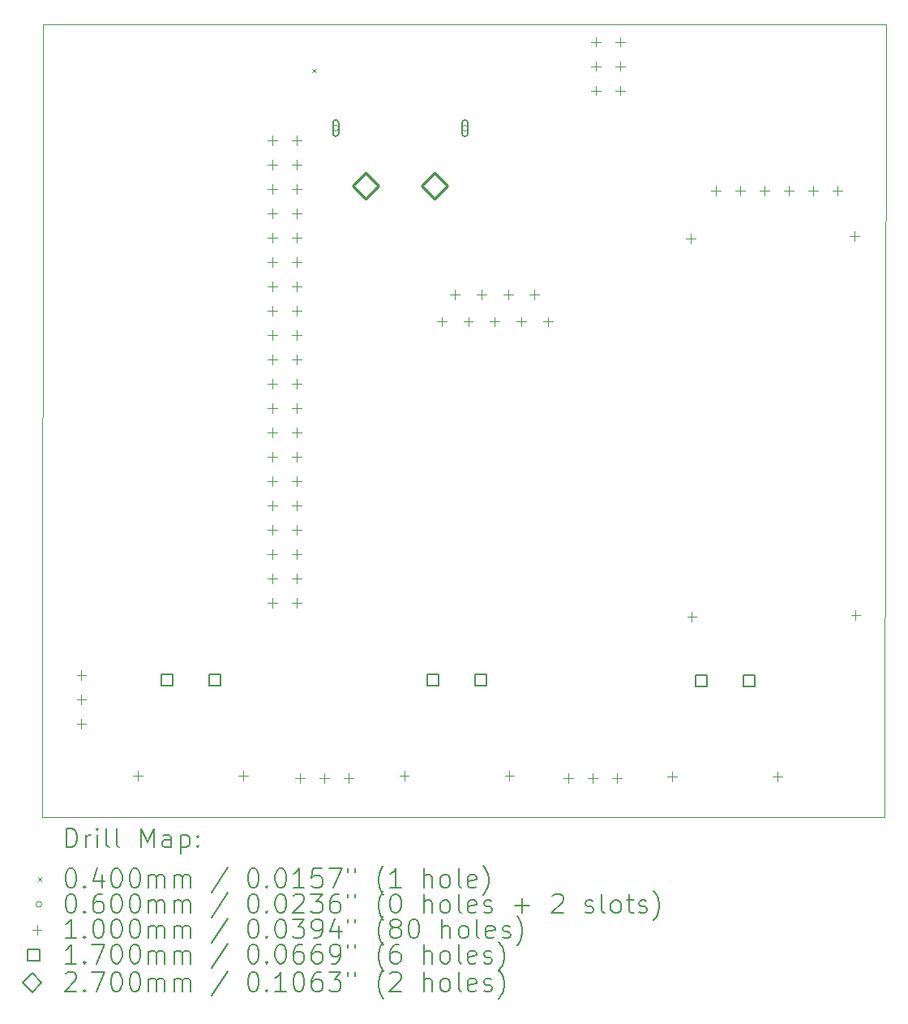
<source format=gbr>
%TF.GenerationSoftware,KiCad,Pcbnew,6.0.8-f2edbf62ab~116~ubuntu22.04.1*%
%TF.CreationDate,2022-11-23T03:00:08-05:00*%
%TF.ProjectId,MJBOTS-CubeSat,4d4a424f-5453-42d4-9375-62655361742e,rev?*%
%TF.SameCoordinates,Original*%
%TF.FileFunction,Drillmap*%
%TF.FilePolarity,Positive*%
%FSLAX45Y45*%
G04 Gerber Fmt 4.5, Leading zero omitted, Abs format (unit mm)*
G04 Created by KiCad (PCBNEW 6.0.8-f2edbf62ab~116~ubuntu22.04.1) date 2022-11-23 03:00:08*
%MOMM*%
%LPD*%
G01*
G04 APERTURE LIST*
%ADD10C,0.100000*%
%ADD11C,0.200000*%
%ADD12C,0.040000*%
%ADD13C,0.060000*%
%ADD14C,0.170000*%
%ADD15C,0.270000*%
G04 APERTURE END LIST*
D10*
X18290000Y-12770000D02*
X9490000Y-12770000D01*
X9500000Y-4500000D02*
X9490000Y-12770000D01*
X18300000Y-4500000D02*
X9500000Y-4500000D01*
X18290000Y-12770000D02*
X18300000Y-4500000D01*
D11*
D12*
X12310000Y-4960000D02*
X12350000Y-5000000D01*
X12350000Y-4960000D02*
X12310000Y-5000000D01*
D13*
X12585000Y-5580000D02*
G75*
G03*
X12585000Y-5580000I-30000J0D01*
G01*
D11*
X12525000Y-5525000D02*
X12525000Y-5635000D01*
X12585000Y-5525000D02*
X12585000Y-5635000D01*
X12525000Y-5635000D02*
G75*
G03*
X12585000Y-5635000I30000J0D01*
G01*
X12585000Y-5525000D02*
G75*
G03*
X12525000Y-5525000I-30000J0D01*
G01*
D13*
X13935000Y-5580000D02*
G75*
G03*
X13935000Y-5580000I-30000J0D01*
G01*
D11*
X13875000Y-5525000D02*
X13875000Y-5635000D01*
X13935000Y-5525000D02*
X13935000Y-5635000D01*
X13875000Y-5635000D02*
G75*
G03*
X13935000Y-5635000I30000J0D01*
G01*
X13935000Y-5525000D02*
G75*
G03*
X13875000Y-5525000I-30000J0D01*
G01*
D10*
X9900000Y-11237500D02*
X9900000Y-11337500D01*
X9850000Y-11287500D02*
X9950000Y-11287500D01*
X9900000Y-11491500D02*
X9900000Y-11591500D01*
X9850000Y-11541500D02*
X9950000Y-11541500D01*
X9900000Y-11745500D02*
X9900000Y-11845500D01*
X9850000Y-11795500D02*
X9950000Y-11795500D01*
X10490000Y-12288800D02*
X10490000Y-12388800D01*
X10440000Y-12338800D02*
X10540000Y-12338800D01*
X11590000Y-12288800D02*
X11590000Y-12388800D01*
X11540000Y-12338800D02*
X11640000Y-12338800D01*
X11892500Y-5657500D02*
X11892500Y-5757500D01*
X11842500Y-5707500D02*
X11942500Y-5707500D01*
X11892500Y-5911500D02*
X11892500Y-6011500D01*
X11842500Y-5961500D02*
X11942500Y-5961500D01*
X11892500Y-6165500D02*
X11892500Y-6265500D01*
X11842500Y-6215500D02*
X11942500Y-6215500D01*
X11892500Y-6419500D02*
X11892500Y-6519500D01*
X11842500Y-6469500D02*
X11942500Y-6469500D01*
X11892500Y-6673500D02*
X11892500Y-6773500D01*
X11842500Y-6723500D02*
X11942500Y-6723500D01*
X11892500Y-6927500D02*
X11892500Y-7027500D01*
X11842500Y-6977500D02*
X11942500Y-6977500D01*
X11892500Y-7181500D02*
X11892500Y-7281500D01*
X11842500Y-7231500D02*
X11942500Y-7231500D01*
X11892500Y-7435500D02*
X11892500Y-7535500D01*
X11842500Y-7485500D02*
X11942500Y-7485500D01*
X11892500Y-7689500D02*
X11892500Y-7789500D01*
X11842500Y-7739500D02*
X11942500Y-7739500D01*
X11892500Y-7943500D02*
X11892500Y-8043500D01*
X11842500Y-7993500D02*
X11942500Y-7993500D01*
X11892500Y-8197500D02*
X11892500Y-8297500D01*
X11842500Y-8247500D02*
X11942500Y-8247500D01*
X11892500Y-8451500D02*
X11892500Y-8551500D01*
X11842500Y-8501500D02*
X11942500Y-8501500D01*
X11892500Y-8705500D02*
X11892500Y-8805500D01*
X11842500Y-8755500D02*
X11942500Y-8755500D01*
X11892500Y-8959500D02*
X11892500Y-9059500D01*
X11842500Y-9009500D02*
X11942500Y-9009500D01*
X11892500Y-9213500D02*
X11892500Y-9313500D01*
X11842500Y-9263500D02*
X11942500Y-9263500D01*
X11892500Y-9467500D02*
X11892500Y-9567500D01*
X11842500Y-9517500D02*
X11942500Y-9517500D01*
X11892500Y-9721500D02*
X11892500Y-9821500D01*
X11842500Y-9771500D02*
X11942500Y-9771500D01*
X11892500Y-9975500D02*
X11892500Y-10075500D01*
X11842500Y-10025500D02*
X11942500Y-10025500D01*
X11892500Y-10229500D02*
X11892500Y-10329500D01*
X11842500Y-10279500D02*
X11942500Y-10279500D01*
X11892500Y-10483500D02*
X11892500Y-10583500D01*
X11842500Y-10533500D02*
X11942500Y-10533500D01*
X12146500Y-5657500D02*
X12146500Y-5757500D01*
X12096500Y-5707500D02*
X12196500Y-5707500D01*
X12146500Y-5911500D02*
X12146500Y-6011500D01*
X12096500Y-5961500D02*
X12196500Y-5961500D01*
X12146500Y-6165500D02*
X12146500Y-6265500D01*
X12096500Y-6215500D02*
X12196500Y-6215500D01*
X12146500Y-6419500D02*
X12146500Y-6519500D01*
X12096500Y-6469500D02*
X12196500Y-6469500D01*
X12146500Y-6673500D02*
X12146500Y-6773500D01*
X12096500Y-6723500D02*
X12196500Y-6723500D01*
X12146500Y-6927500D02*
X12146500Y-7027500D01*
X12096500Y-6977500D02*
X12196500Y-6977500D01*
X12146500Y-7181500D02*
X12146500Y-7281500D01*
X12096500Y-7231500D02*
X12196500Y-7231500D01*
X12146500Y-7435500D02*
X12146500Y-7535500D01*
X12096500Y-7485500D02*
X12196500Y-7485500D01*
X12146500Y-7689500D02*
X12146500Y-7789500D01*
X12096500Y-7739500D02*
X12196500Y-7739500D01*
X12146500Y-7943500D02*
X12146500Y-8043500D01*
X12096500Y-7993500D02*
X12196500Y-7993500D01*
X12146500Y-8197500D02*
X12146500Y-8297500D01*
X12096500Y-8247500D02*
X12196500Y-8247500D01*
X12146500Y-8451500D02*
X12146500Y-8551500D01*
X12096500Y-8501500D02*
X12196500Y-8501500D01*
X12146500Y-8705500D02*
X12146500Y-8805500D01*
X12096500Y-8755500D02*
X12196500Y-8755500D01*
X12146500Y-8959500D02*
X12146500Y-9059500D01*
X12096500Y-9009500D02*
X12196500Y-9009500D01*
X12146500Y-9213500D02*
X12146500Y-9313500D01*
X12096500Y-9263500D02*
X12196500Y-9263500D01*
X12146500Y-9467500D02*
X12146500Y-9567500D01*
X12096500Y-9517500D02*
X12196500Y-9517500D01*
X12146500Y-9721500D02*
X12146500Y-9821500D01*
X12096500Y-9771500D02*
X12196500Y-9771500D01*
X12146500Y-9975500D02*
X12146500Y-10075500D01*
X12096500Y-10025500D02*
X12196500Y-10025500D01*
X12146500Y-10229500D02*
X12146500Y-10329500D01*
X12096500Y-10279500D02*
X12196500Y-10279500D01*
X12146500Y-10483500D02*
X12146500Y-10583500D01*
X12096500Y-10533500D02*
X12196500Y-10533500D01*
X12182000Y-12310000D02*
X12182000Y-12410000D01*
X12132000Y-12360000D02*
X12232000Y-12360000D01*
X12436000Y-12310000D02*
X12436000Y-12410000D01*
X12386000Y-12360000D02*
X12486000Y-12360000D01*
X12690000Y-12310000D02*
X12690000Y-12410000D01*
X12640000Y-12360000D02*
X12740000Y-12360000D01*
X13270000Y-12288800D02*
X13270000Y-12388800D01*
X13220000Y-12338800D02*
X13320000Y-12338800D01*
X13662000Y-7550000D02*
X13662000Y-7650000D01*
X13612000Y-7600000D02*
X13712000Y-7600000D01*
X13800500Y-7266000D02*
X13800500Y-7366000D01*
X13750500Y-7316000D02*
X13850500Y-7316000D01*
X13939000Y-7550000D02*
X13939000Y-7650000D01*
X13889000Y-7600000D02*
X13989000Y-7600000D01*
X14077500Y-7266000D02*
X14077500Y-7366000D01*
X14027500Y-7316000D02*
X14127500Y-7316000D01*
X14216000Y-7550000D02*
X14216000Y-7650000D01*
X14166000Y-7600000D02*
X14266000Y-7600000D01*
X14354500Y-7266000D02*
X14354500Y-7366000D01*
X14304500Y-7316000D02*
X14404500Y-7316000D01*
X14370000Y-12288800D02*
X14370000Y-12388800D01*
X14320000Y-12338800D02*
X14420000Y-12338800D01*
X14493000Y-7550000D02*
X14493000Y-7650000D01*
X14443000Y-7600000D02*
X14543000Y-7600000D01*
X14631500Y-7266000D02*
X14631500Y-7366000D01*
X14581500Y-7316000D02*
X14681500Y-7316000D01*
X14770000Y-7550000D02*
X14770000Y-7650000D01*
X14720000Y-7600000D02*
X14820000Y-7600000D01*
X14984500Y-12310000D02*
X14984500Y-12410000D01*
X14934500Y-12360000D02*
X15034500Y-12360000D01*
X15238500Y-12310000D02*
X15238500Y-12410000D01*
X15188500Y-12360000D02*
X15288500Y-12360000D01*
X15272500Y-4630000D02*
X15272500Y-4730000D01*
X15222500Y-4680000D02*
X15322500Y-4680000D01*
X15272500Y-4884000D02*
X15272500Y-4984000D01*
X15222500Y-4934000D02*
X15322500Y-4934000D01*
X15272500Y-5138000D02*
X15272500Y-5238000D01*
X15222500Y-5188000D02*
X15322500Y-5188000D01*
X15492500Y-12310000D02*
X15492500Y-12410000D01*
X15442500Y-12360000D02*
X15542500Y-12360000D01*
X15526500Y-4630000D02*
X15526500Y-4730000D01*
X15476500Y-4680000D02*
X15576500Y-4680000D01*
X15526500Y-4884000D02*
X15526500Y-4984000D01*
X15476500Y-4934000D02*
X15576500Y-4934000D01*
X15526500Y-5138000D02*
X15526500Y-5238000D01*
X15476500Y-5188000D02*
X15576500Y-5188000D01*
X16070000Y-12298800D02*
X16070000Y-12398800D01*
X16020000Y-12348800D02*
X16120000Y-12348800D01*
X16260200Y-6681400D02*
X16260200Y-6781400D01*
X16210200Y-6731400D02*
X16310200Y-6731400D01*
X16275000Y-10625000D02*
X16275000Y-10725000D01*
X16225000Y-10675000D02*
X16325000Y-10675000D01*
X16525000Y-6180000D02*
X16525000Y-6280000D01*
X16475000Y-6230000D02*
X16575000Y-6230000D01*
X16779000Y-6180000D02*
X16779000Y-6280000D01*
X16729000Y-6230000D02*
X16829000Y-6230000D01*
X17033000Y-6180000D02*
X17033000Y-6280000D01*
X16983000Y-6230000D02*
X17083000Y-6230000D01*
X17170000Y-12298800D02*
X17170000Y-12398800D01*
X17120000Y-12348800D02*
X17220000Y-12348800D01*
X17287000Y-6180000D02*
X17287000Y-6280000D01*
X17237000Y-6230000D02*
X17337000Y-6230000D01*
X17541000Y-6180000D02*
X17541000Y-6280000D01*
X17491000Y-6230000D02*
X17591000Y-6230000D01*
X17795000Y-6180000D02*
X17795000Y-6280000D01*
X17745000Y-6230000D02*
X17845000Y-6230000D01*
X17975000Y-6655000D02*
X17975000Y-6755000D01*
X17925000Y-6705000D02*
X18025000Y-6705000D01*
X17985000Y-10610000D02*
X17985000Y-10710000D01*
X17935000Y-10660000D02*
X18035000Y-10660000D01*
D14*
X10850105Y-11398905D02*
X10850105Y-11278695D01*
X10729895Y-11278695D01*
X10729895Y-11398905D01*
X10850105Y-11398905D01*
X11350105Y-11398905D02*
X11350105Y-11278695D01*
X11229895Y-11278695D01*
X11229895Y-11398905D01*
X11350105Y-11398905D01*
X13630105Y-11398905D02*
X13630105Y-11278695D01*
X13509895Y-11278695D01*
X13509895Y-11398905D01*
X13630105Y-11398905D01*
X14130105Y-11398905D02*
X14130105Y-11278695D01*
X14009895Y-11278695D01*
X14009895Y-11398905D01*
X14130105Y-11398905D01*
X16430105Y-11408905D02*
X16430105Y-11288695D01*
X16309895Y-11288695D01*
X16309895Y-11408905D01*
X16430105Y-11408905D01*
X16930105Y-11408905D02*
X16930105Y-11288695D01*
X16809895Y-11288695D01*
X16809895Y-11408905D01*
X16930105Y-11408905D01*
D15*
X12870000Y-6315000D02*
X13005000Y-6180000D01*
X12870000Y-6045000D01*
X12735000Y-6180000D01*
X12870000Y-6315000D01*
X13590000Y-6315000D02*
X13725000Y-6180000D01*
X13590000Y-6045000D01*
X13455000Y-6180000D01*
X13590000Y-6315000D01*
D11*
X9742619Y-13085476D02*
X9742619Y-12885476D01*
X9790238Y-12885476D01*
X9818810Y-12895000D01*
X9837857Y-12914048D01*
X9847381Y-12933095D01*
X9856905Y-12971190D01*
X9856905Y-12999762D01*
X9847381Y-13037857D01*
X9837857Y-13056905D01*
X9818810Y-13075952D01*
X9790238Y-13085476D01*
X9742619Y-13085476D01*
X9942619Y-13085476D02*
X9942619Y-12952143D01*
X9942619Y-12990238D02*
X9952143Y-12971190D01*
X9961667Y-12961667D01*
X9980714Y-12952143D01*
X9999762Y-12952143D01*
X10066429Y-13085476D02*
X10066429Y-12952143D01*
X10066429Y-12885476D02*
X10056905Y-12895000D01*
X10066429Y-12904524D01*
X10075952Y-12895000D01*
X10066429Y-12885476D01*
X10066429Y-12904524D01*
X10190238Y-13085476D02*
X10171190Y-13075952D01*
X10161667Y-13056905D01*
X10161667Y-12885476D01*
X10295000Y-13085476D02*
X10275952Y-13075952D01*
X10266429Y-13056905D01*
X10266429Y-12885476D01*
X10523571Y-13085476D02*
X10523571Y-12885476D01*
X10590238Y-13028333D01*
X10656905Y-12885476D01*
X10656905Y-13085476D01*
X10837857Y-13085476D02*
X10837857Y-12980714D01*
X10828333Y-12961667D01*
X10809286Y-12952143D01*
X10771190Y-12952143D01*
X10752143Y-12961667D01*
X10837857Y-13075952D02*
X10818810Y-13085476D01*
X10771190Y-13085476D01*
X10752143Y-13075952D01*
X10742619Y-13056905D01*
X10742619Y-13037857D01*
X10752143Y-13018809D01*
X10771190Y-13009286D01*
X10818810Y-13009286D01*
X10837857Y-12999762D01*
X10933095Y-12952143D02*
X10933095Y-13152143D01*
X10933095Y-12961667D02*
X10952143Y-12952143D01*
X10990238Y-12952143D01*
X11009286Y-12961667D01*
X11018810Y-12971190D01*
X11028333Y-12990238D01*
X11028333Y-13047381D01*
X11018810Y-13066428D01*
X11009286Y-13075952D01*
X10990238Y-13085476D01*
X10952143Y-13085476D01*
X10933095Y-13075952D01*
X11114048Y-13066428D02*
X11123571Y-13075952D01*
X11114048Y-13085476D01*
X11104524Y-13075952D01*
X11114048Y-13066428D01*
X11114048Y-13085476D01*
X11114048Y-12961667D02*
X11123571Y-12971190D01*
X11114048Y-12980714D01*
X11104524Y-12971190D01*
X11114048Y-12961667D01*
X11114048Y-12980714D01*
D12*
X9445000Y-13395000D02*
X9485000Y-13435000D01*
X9485000Y-13395000D02*
X9445000Y-13435000D01*
D11*
X9780714Y-13305476D02*
X9799762Y-13305476D01*
X9818810Y-13315000D01*
X9828333Y-13324524D01*
X9837857Y-13343571D01*
X9847381Y-13381667D01*
X9847381Y-13429286D01*
X9837857Y-13467381D01*
X9828333Y-13486428D01*
X9818810Y-13495952D01*
X9799762Y-13505476D01*
X9780714Y-13505476D01*
X9761667Y-13495952D01*
X9752143Y-13486428D01*
X9742619Y-13467381D01*
X9733095Y-13429286D01*
X9733095Y-13381667D01*
X9742619Y-13343571D01*
X9752143Y-13324524D01*
X9761667Y-13315000D01*
X9780714Y-13305476D01*
X9933095Y-13486428D02*
X9942619Y-13495952D01*
X9933095Y-13505476D01*
X9923571Y-13495952D01*
X9933095Y-13486428D01*
X9933095Y-13505476D01*
X10114048Y-13372143D02*
X10114048Y-13505476D01*
X10066429Y-13295952D02*
X10018810Y-13438809D01*
X10142619Y-13438809D01*
X10256905Y-13305476D02*
X10275952Y-13305476D01*
X10295000Y-13315000D01*
X10304524Y-13324524D01*
X10314048Y-13343571D01*
X10323571Y-13381667D01*
X10323571Y-13429286D01*
X10314048Y-13467381D01*
X10304524Y-13486428D01*
X10295000Y-13495952D01*
X10275952Y-13505476D01*
X10256905Y-13505476D01*
X10237857Y-13495952D01*
X10228333Y-13486428D01*
X10218810Y-13467381D01*
X10209286Y-13429286D01*
X10209286Y-13381667D01*
X10218810Y-13343571D01*
X10228333Y-13324524D01*
X10237857Y-13315000D01*
X10256905Y-13305476D01*
X10447381Y-13305476D02*
X10466429Y-13305476D01*
X10485476Y-13315000D01*
X10495000Y-13324524D01*
X10504524Y-13343571D01*
X10514048Y-13381667D01*
X10514048Y-13429286D01*
X10504524Y-13467381D01*
X10495000Y-13486428D01*
X10485476Y-13495952D01*
X10466429Y-13505476D01*
X10447381Y-13505476D01*
X10428333Y-13495952D01*
X10418810Y-13486428D01*
X10409286Y-13467381D01*
X10399762Y-13429286D01*
X10399762Y-13381667D01*
X10409286Y-13343571D01*
X10418810Y-13324524D01*
X10428333Y-13315000D01*
X10447381Y-13305476D01*
X10599762Y-13505476D02*
X10599762Y-13372143D01*
X10599762Y-13391190D02*
X10609286Y-13381667D01*
X10628333Y-13372143D01*
X10656905Y-13372143D01*
X10675952Y-13381667D01*
X10685476Y-13400714D01*
X10685476Y-13505476D01*
X10685476Y-13400714D02*
X10695000Y-13381667D01*
X10714048Y-13372143D01*
X10742619Y-13372143D01*
X10761667Y-13381667D01*
X10771190Y-13400714D01*
X10771190Y-13505476D01*
X10866429Y-13505476D02*
X10866429Y-13372143D01*
X10866429Y-13391190D02*
X10875952Y-13381667D01*
X10895000Y-13372143D01*
X10923571Y-13372143D01*
X10942619Y-13381667D01*
X10952143Y-13400714D01*
X10952143Y-13505476D01*
X10952143Y-13400714D02*
X10961667Y-13381667D01*
X10980714Y-13372143D01*
X11009286Y-13372143D01*
X11028333Y-13381667D01*
X11037857Y-13400714D01*
X11037857Y-13505476D01*
X11428333Y-13295952D02*
X11256905Y-13553095D01*
X11685476Y-13305476D02*
X11704524Y-13305476D01*
X11723571Y-13315000D01*
X11733095Y-13324524D01*
X11742619Y-13343571D01*
X11752143Y-13381667D01*
X11752143Y-13429286D01*
X11742619Y-13467381D01*
X11733095Y-13486428D01*
X11723571Y-13495952D01*
X11704524Y-13505476D01*
X11685476Y-13505476D01*
X11666428Y-13495952D01*
X11656905Y-13486428D01*
X11647381Y-13467381D01*
X11637857Y-13429286D01*
X11637857Y-13381667D01*
X11647381Y-13343571D01*
X11656905Y-13324524D01*
X11666428Y-13315000D01*
X11685476Y-13305476D01*
X11837857Y-13486428D02*
X11847381Y-13495952D01*
X11837857Y-13505476D01*
X11828333Y-13495952D01*
X11837857Y-13486428D01*
X11837857Y-13505476D01*
X11971190Y-13305476D02*
X11990238Y-13305476D01*
X12009286Y-13315000D01*
X12018809Y-13324524D01*
X12028333Y-13343571D01*
X12037857Y-13381667D01*
X12037857Y-13429286D01*
X12028333Y-13467381D01*
X12018809Y-13486428D01*
X12009286Y-13495952D01*
X11990238Y-13505476D01*
X11971190Y-13505476D01*
X11952143Y-13495952D01*
X11942619Y-13486428D01*
X11933095Y-13467381D01*
X11923571Y-13429286D01*
X11923571Y-13381667D01*
X11933095Y-13343571D01*
X11942619Y-13324524D01*
X11952143Y-13315000D01*
X11971190Y-13305476D01*
X12228333Y-13505476D02*
X12114048Y-13505476D01*
X12171190Y-13505476D02*
X12171190Y-13305476D01*
X12152143Y-13334048D01*
X12133095Y-13353095D01*
X12114048Y-13362619D01*
X12409286Y-13305476D02*
X12314048Y-13305476D01*
X12304524Y-13400714D01*
X12314048Y-13391190D01*
X12333095Y-13381667D01*
X12380714Y-13381667D01*
X12399762Y-13391190D01*
X12409286Y-13400714D01*
X12418809Y-13419762D01*
X12418809Y-13467381D01*
X12409286Y-13486428D01*
X12399762Y-13495952D01*
X12380714Y-13505476D01*
X12333095Y-13505476D01*
X12314048Y-13495952D01*
X12304524Y-13486428D01*
X12485476Y-13305476D02*
X12618809Y-13305476D01*
X12533095Y-13505476D01*
X12685476Y-13305476D02*
X12685476Y-13343571D01*
X12761667Y-13305476D02*
X12761667Y-13343571D01*
X13056905Y-13581667D02*
X13047381Y-13572143D01*
X13028333Y-13543571D01*
X13018809Y-13524524D01*
X13009286Y-13495952D01*
X12999762Y-13448333D01*
X12999762Y-13410238D01*
X13009286Y-13362619D01*
X13018809Y-13334048D01*
X13028333Y-13315000D01*
X13047381Y-13286428D01*
X13056905Y-13276905D01*
X13237857Y-13505476D02*
X13123571Y-13505476D01*
X13180714Y-13505476D02*
X13180714Y-13305476D01*
X13161667Y-13334048D01*
X13142619Y-13353095D01*
X13123571Y-13362619D01*
X13475952Y-13505476D02*
X13475952Y-13305476D01*
X13561667Y-13505476D02*
X13561667Y-13400714D01*
X13552143Y-13381667D01*
X13533095Y-13372143D01*
X13504524Y-13372143D01*
X13485476Y-13381667D01*
X13475952Y-13391190D01*
X13685476Y-13505476D02*
X13666428Y-13495952D01*
X13656905Y-13486428D01*
X13647381Y-13467381D01*
X13647381Y-13410238D01*
X13656905Y-13391190D01*
X13666428Y-13381667D01*
X13685476Y-13372143D01*
X13714048Y-13372143D01*
X13733095Y-13381667D01*
X13742619Y-13391190D01*
X13752143Y-13410238D01*
X13752143Y-13467381D01*
X13742619Y-13486428D01*
X13733095Y-13495952D01*
X13714048Y-13505476D01*
X13685476Y-13505476D01*
X13866428Y-13505476D02*
X13847381Y-13495952D01*
X13837857Y-13476905D01*
X13837857Y-13305476D01*
X14018809Y-13495952D02*
X13999762Y-13505476D01*
X13961667Y-13505476D01*
X13942619Y-13495952D01*
X13933095Y-13476905D01*
X13933095Y-13400714D01*
X13942619Y-13381667D01*
X13961667Y-13372143D01*
X13999762Y-13372143D01*
X14018809Y-13381667D01*
X14028333Y-13400714D01*
X14028333Y-13419762D01*
X13933095Y-13438809D01*
X14095000Y-13581667D02*
X14104524Y-13572143D01*
X14123571Y-13543571D01*
X14133095Y-13524524D01*
X14142619Y-13495952D01*
X14152143Y-13448333D01*
X14152143Y-13410238D01*
X14142619Y-13362619D01*
X14133095Y-13334048D01*
X14123571Y-13315000D01*
X14104524Y-13286428D01*
X14095000Y-13276905D01*
D13*
X9485000Y-13679000D02*
G75*
G03*
X9485000Y-13679000I-30000J0D01*
G01*
D11*
X9780714Y-13569476D02*
X9799762Y-13569476D01*
X9818810Y-13579000D01*
X9828333Y-13588524D01*
X9837857Y-13607571D01*
X9847381Y-13645667D01*
X9847381Y-13693286D01*
X9837857Y-13731381D01*
X9828333Y-13750428D01*
X9818810Y-13759952D01*
X9799762Y-13769476D01*
X9780714Y-13769476D01*
X9761667Y-13759952D01*
X9752143Y-13750428D01*
X9742619Y-13731381D01*
X9733095Y-13693286D01*
X9733095Y-13645667D01*
X9742619Y-13607571D01*
X9752143Y-13588524D01*
X9761667Y-13579000D01*
X9780714Y-13569476D01*
X9933095Y-13750428D02*
X9942619Y-13759952D01*
X9933095Y-13769476D01*
X9923571Y-13759952D01*
X9933095Y-13750428D01*
X9933095Y-13769476D01*
X10114048Y-13569476D02*
X10075952Y-13569476D01*
X10056905Y-13579000D01*
X10047381Y-13588524D01*
X10028333Y-13617095D01*
X10018810Y-13655190D01*
X10018810Y-13731381D01*
X10028333Y-13750428D01*
X10037857Y-13759952D01*
X10056905Y-13769476D01*
X10095000Y-13769476D01*
X10114048Y-13759952D01*
X10123571Y-13750428D01*
X10133095Y-13731381D01*
X10133095Y-13683762D01*
X10123571Y-13664714D01*
X10114048Y-13655190D01*
X10095000Y-13645667D01*
X10056905Y-13645667D01*
X10037857Y-13655190D01*
X10028333Y-13664714D01*
X10018810Y-13683762D01*
X10256905Y-13569476D02*
X10275952Y-13569476D01*
X10295000Y-13579000D01*
X10304524Y-13588524D01*
X10314048Y-13607571D01*
X10323571Y-13645667D01*
X10323571Y-13693286D01*
X10314048Y-13731381D01*
X10304524Y-13750428D01*
X10295000Y-13759952D01*
X10275952Y-13769476D01*
X10256905Y-13769476D01*
X10237857Y-13759952D01*
X10228333Y-13750428D01*
X10218810Y-13731381D01*
X10209286Y-13693286D01*
X10209286Y-13645667D01*
X10218810Y-13607571D01*
X10228333Y-13588524D01*
X10237857Y-13579000D01*
X10256905Y-13569476D01*
X10447381Y-13569476D02*
X10466429Y-13569476D01*
X10485476Y-13579000D01*
X10495000Y-13588524D01*
X10504524Y-13607571D01*
X10514048Y-13645667D01*
X10514048Y-13693286D01*
X10504524Y-13731381D01*
X10495000Y-13750428D01*
X10485476Y-13759952D01*
X10466429Y-13769476D01*
X10447381Y-13769476D01*
X10428333Y-13759952D01*
X10418810Y-13750428D01*
X10409286Y-13731381D01*
X10399762Y-13693286D01*
X10399762Y-13645667D01*
X10409286Y-13607571D01*
X10418810Y-13588524D01*
X10428333Y-13579000D01*
X10447381Y-13569476D01*
X10599762Y-13769476D02*
X10599762Y-13636143D01*
X10599762Y-13655190D02*
X10609286Y-13645667D01*
X10628333Y-13636143D01*
X10656905Y-13636143D01*
X10675952Y-13645667D01*
X10685476Y-13664714D01*
X10685476Y-13769476D01*
X10685476Y-13664714D02*
X10695000Y-13645667D01*
X10714048Y-13636143D01*
X10742619Y-13636143D01*
X10761667Y-13645667D01*
X10771190Y-13664714D01*
X10771190Y-13769476D01*
X10866429Y-13769476D02*
X10866429Y-13636143D01*
X10866429Y-13655190D02*
X10875952Y-13645667D01*
X10895000Y-13636143D01*
X10923571Y-13636143D01*
X10942619Y-13645667D01*
X10952143Y-13664714D01*
X10952143Y-13769476D01*
X10952143Y-13664714D02*
X10961667Y-13645667D01*
X10980714Y-13636143D01*
X11009286Y-13636143D01*
X11028333Y-13645667D01*
X11037857Y-13664714D01*
X11037857Y-13769476D01*
X11428333Y-13559952D02*
X11256905Y-13817095D01*
X11685476Y-13569476D02*
X11704524Y-13569476D01*
X11723571Y-13579000D01*
X11733095Y-13588524D01*
X11742619Y-13607571D01*
X11752143Y-13645667D01*
X11752143Y-13693286D01*
X11742619Y-13731381D01*
X11733095Y-13750428D01*
X11723571Y-13759952D01*
X11704524Y-13769476D01*
X11685476Y-13769476D01*
X11666428Y-13759952D01*
X11656905Y-13750428D01*
X11647381Y-13731381D01*
X11637857Y-13693286D01*
X11637857Y-13645667D01*
X11647381Y-13607571D01*
X11656905Y-13588524D01*
X11666428Y-13579000D01*
X11685476Y-13569476D01*
X11837857Y-13750428D02*
X11847381Y-13759952D01*
X11837857Y-13769476D01*
X11828333Y-13759952D01*
X11837857Y-13750428D01*
X11837857Y-13769476D01*
X11971190Y-13569476D02*
X11990238Y-13569476D01*
X12009286Y-13579000D01*
X12018809Y-13588524D01*
X12028333Y-13607571D01*
X12037857Y-13645667D01*
X12037857Y-13693286D01*
X12028333Y-13731381D01*
X12018809Y-13750428D01*
X12009286Y-13759952D01*
X11990238Y-13769476D01*
X11971190Y-13769476D01*
X11952143Y-13759952D01*
X11942619Y-13750428D01*
X11933095Y-13731381D01*
X11923571Y-13693286D01*
X11923571Y-13645667D01*
X11933095Y-13607571D01*
X11942619Y-13588524D01*
X11952143Y-13579000D01*
X11971190Y-13569476D01*
X12114048Y-13588524D02*
X12123571Y-13579000D01*
X12142619Y-13569476D01*
X12190238Y-13569476D01*
X12209286Y-13579000D01*
X12218809Y-13588524D01*
X12228333Y-13607571D01*
X12228333Y-13626619D01*
X12218809Y-13655190D01*
X12104524Y-13769476D01*
X12228333Y-13769476D01*
X12295000Y-13569476D02*
X12418809Y-13569476D01*
X12352143Y-13645667D01*
X12380714Y-13645667D01*
X12399762Y-13655190D01*
X12409286Y-13664714D01*
X12418809Y-13683762D01*
X12418809Y-13731381D01*
X12409286Y-13750428D01*
X12399762Y-13759952D01*
X12380714Y-13769476D01*
X12323571Y-13769476D01*
X12304524Y-13759952D01*
X12295000Y-13750428D01*
X12590238Y-13569476D02*
X12552143Y-13569476D01*
X12533095Y-13579000D01*
X12523571Y-13588524D01*
X12504524Y-13617095D01*
X12495000Y-13655190D01*
X12495000Y-13731381D01*
X12504524Y-13750428D01*
X12514048Y-13759952D01*
X12533095Y-13769476D01*
X12571190Y-13769476D01*
X12590238Y-13759952D01*
X12599762Y-13750428D01*
X12609286Y-13731381D01*
X12609286Y-13683762D01*
X12599762Y-13664714D01*
X12590238Y-13655190D01*
X12571190Y-13645667D01*
X12533095Y-13645667D01*
X12514048Y-13655190D01*
X12504524Y-13664714D01*
X12495000Y-13683762D01*
X12685476Y-13569476D02*
X12685476Y-13607571D01*
X12761667Y-13569476D02*
X12761667Y-13607571D01*
X13056905Y-13845667D02*
X13047381Y-13836143D01*
X13028333Y-13807571D01*
X13018809Y-13788524D01*
X13009286Y-13759952D01*
X12999762Y-13712333D01*
X12999762Y-13674238D01*
X13009286Y-13626619D01*
X13018809Y-13598048D01*
X13028333Y-13579000D01*
X13047381Y-13550428D01*
X13056905Y-13540905D01*
X13171190Y-13569476D02*
X13190238Y-13569476D01*
X13209286Y-13579000D01*
X13218809Y-13588524D01*
X13228333Y-13607571D01*
X13237857Y-13645667D01*
X13237857Y-13693286D01*
X13228333Y-13731381D01*
X13218809Y-13750428D01*
X13209286Y-13759952D01*
X13190238Y-13769476D01*
X13171190Y-13769476D01*
X13152143Y-13759952D01*
X13142619Y-13750428D01*
X13133095Y-13731381D01*
X13123571Y-13693286D01*
X13123571Y-13645667D01*
X13133095Y-13607571D01*
X13142619Y-13588524D01*
X13152143Y-13579000D01*
X13171190Y-13569476D01*
X13475952Y-13769476D02*
X13475952Y-13569476D01*
X13561667Y-13769476D02*
X13561667Y-13664714D01*
X13552143Y-13645667D01*
X13533095Y-13636143D01*
X13504524Y-13636143D01*
X13485476Y-13645667D01*
X13475952Y-13655190D01*
X13685476Y-13769476D02*
X13666428Y-13759952D01*
X13656905Y-13750428D01*
X13647381Y-13731381D01*
X13647381Y-13674238D01*
X13656905Y-13655190D01*
X13666428Y-13645667D01*
X13685476Y-13636143D01*
X13714048Y-13636143D01*
X13733095Y-13645667D01*
X13742619Y-13655190D01*
X13752143Y-13674238D01*
X13752143Y-13731381D01*
X13742619Y-13750428D01*
X13733095Y-13759952D01*
X13714048Y-13769476D01*
X13685476Y-13769476D01*
X13866428Y-13769476D02*
X13847381Y-13759952D01*
X13837857Y-13740905D01*
X13837857Y-13569476D01*
X14018809Y-13759952D02*
X13999762Y-13769476D01*
X13961667Y-13769476D01*
X13942619Y-13759952D01*
X13933095Y-13740905D01*
X13933095Y-13664714D01*
X13942619Y-13645667D01*
X13961667Y-13636143D01*
X13999762Y-13636143D01*
X14018809Y-13645667D01*
X14028333Y-13664714D01*
X14028333Y-13683762D01*
X13933095Y-13702809D01*
X14104524Y-13759952D02*
X14123571Y-13769476D01*
X14161667Y-13769476D01*
X14180714Y-13759952D01*
X14190238Y-13740905D01*
X14190238Y-13731381D01*
X14180714Y-13712333D01*
X14161667Y-13702809D01*
X14133095Y-13702809D01*
X14114048Y-13693286D01*
X14104524Y-13674238D01*
X14104524Y-13664714D01*
X14114048Y-13645667D01*
X14133095Y-13636143D01*
X14161667Y-13636143D01*
X14180714Y-13645667D01*
X14428333Y-13693286D02*
X14580714Y-13693286D01*
X14504524Y-13769476D02*
X14504524Y-13617095D01*
X14818809Y-13588524D02*
X14828333Y-13579000D01*
X14847381Y-13569476D01*
X14895000Y-13569476D01*
X14914048Y-13579000D01*
X14923571Y-13588524D01*
X14933095Y-13607571D01*
X14933095Y-13626619D01*
X14923571Y-13655190D01*
X14809286Y-13769476D01*
X14933095Y-13769476D01*
X15161667Y-13759952D02*
X15180714Y-13769476D01*
X15218809Y-13769476D01*
X15237857Y-13759952D01*
X15247381Y-13740905D01*
X15247381Y-13731381D01*
X15237857Y-13712333D01*
X15218809Y-13702809D01*
X15190238Y-13702809D01*
X15171190Y-13693286D01*
X15161667Y-13674238D01*
X15161667Y-13664714D01*
X15171190Y-13645667D01*
X15190238Y-13636143D01*
X15218809Y-13636143D01*
X15237857Y-13645667D01*
X15361667Y-13769476D02*
X15342619Y-13759952D01*
X15333095Y-13740905D01*
X15333095Y-13569476D01*
X15466428Y-13769476D02*
X15447381Y-13759952D01*
X15437857Y-13750428D01*
X15428333Y-13731381D01*
X15428333Y-13674238D01*
X15437857Y-13655190D01*
X15447381Y-13645667D01*
X15466428Y-13636143D01*
X15495000Y-13636143D01*
X15514048Y-13645667D01*
X15523571Y-13655190D01*
X15533095Y-13674238D01*
X15533095Y-13731381D01*
X15523571Y-13750428D01*
X15514048Y-13759952D01*
X15495000Y-13769476D01*
X15466428Y-13769476D01*
X15590238Y-13636143D02*
X15666428Y-13636143D01*
X15618809Y-13569476D02*
X15618809Y-13740905D01*
X15628333Y-13759952D01*
X15647381Y-13769476D01*
X15666428Y-13769476D01*
X15723571Y-13759952D02*
X15742619Y-13769476D01*
X15780714Y-13769476D01*
X15799762Y-13759952D01*
X15809286Y-13740905D01*
X15809286Y-13731381D01*
X15799762Y-13712333D01*
X15780714Y-13702809D01*
X15752143Y-13702809D01*
X15733095Y-13693286D01*
X15723571Y-13674238D01*
X15723571Y-13664714D01*
X15733095Y-13645667D01*
X15752143Y-13636143D01*
X15780714Y-13636143D01*
X15799762Y-13645667D01*
X15875952Y-13845667D02*
X15885476Y-13836143D01*
X15904524Y-13807571D01*
X15914048Y-13788524D01*
X15923571Y-13759952D01*
X15933095Y-13712333D01*
X15933095Y-13674238D01*
X15923571Y-13626619D01*
X15914048Y-13598048D01*
X15904524Y-13579000D01*
X15885476Y-13550428D01*
X15875952Y-13540905D01*
D10*
X9435000Y-13893000D02*
X9435000Y-13993000D01*
X9385000Y-13943000D02*
X9485000Y-13943000D01*
D11*
X9847381Y-14033476D02*
X9733095Y-14033476D01*
X9790238Y-14033476D02*
X9790238Y-13833476D01*
X9771190Y-13862048D01*
X9752143Y-13881095D01*
X9733095Y-13890619D01*
X9933095Y-14014428D02*
X9942619Y-14023952D01*
X9933095Y-14033476D01*
X9923571Y-14023952D01*
X9933095Y-14014428D01*
X9933095Y-14033476D01*
X10066429Y-13833476D02*
X10085476Y-13833476D01*
X10104524Y-13843000D01*
X10114048Y-13852524D01*
X10123571Y-13871571D01*
X10133095Y-13909667D01*
X10133095Y-13957286D01*
X10123571Y-13995381D01*
X10114048Y-14014428D01*
X10104524Y-14023952D01*
X10085476Y-14033476D01*
X10066429Y-14033476D01*
X10047381Y-14023952D01*
X10037857Y-14014428D01*
X10028333Y-13995381D01*
X10018810Y-13957286D01*
X10018810Y-13909667D01*
X10028333Y-13871571D01*
X10037857Y-13852524D01*
X10047381Y-13843000D01*
X10066429Y-13833476D01*
X10256905Y-13833476D02*
X10275952Y-13833476D01*
X10295000Y-13843000D01*
X10304524Y-13852524D01*
X10314048Y-13871571D01*
X10323571Y-13909667D01*
X10323571Y-13957286D01*
X10314048Y-13995381D01*
X10304524Y-14014428D01*
X10295000Y-14023952D01*
X10275952Y-14033476D01*
X10256905Y-14033476D01*
X10237857Y-14023952D01*
X10228333Y-14014428D01*
X10218810Y-13995381D01*
X10209286Y-13957286D01*
X10209286Y-13909667D01*
X10218810Y-13871571D01*
X10228333Y-13852524D01*
X10237857Y-13843000D01*
X10256905Y-13833476D01*
X10447381Y-13833476D02*
X10466429Y-13833476D01*
X10485476Y-13843000D01*
X10495000Y-13852524D01*
X10504524Y-13871571D01*
X10514048Y-13909667D01*
X10514048Y-13957286D01*
X10504524Y-13995381D01*
X10495000Y-14014428D01*
X10485476Y-14023952D01*
X10466429Y-14033476D01*
X10447381Y-14033476D01*
X10428333Y-14023952D01*
X10418810Y-14014428D01*
X10409286Y-13995381D01*
X10399762Y-13957286D01*
X10399762Y-13909667D01*
X10409286Y-13871571D01*
X10418810Y-13852524D01*
X10428333Y-13843000D01*
X10447381Y-13833476D01*
X10599762Y-14033476D02*
X10599762Y-13900143D01*
X10599762Y-13919190D02*
X10609286Y-13909667D01*
X10628333Y-13900143D01*
X10656905Y-13900143D01*
X10675952Y-13909667D01*
X10685476Y-13928714D01*
X10685476Y-14033476D01*
X10685476Y-13928714D02*
X10695000Y-13909667D01*
X10714048Y-13900143D01*
X10742619Y-13900143D01*
X10761667Y-13909667D01*
X10771190Y-13928714D01*
X10771190Y-14033476D01*
X10866429Y-14033476D02*
X10866429Y-13900143D01*
X10866429Y-13919190D02*
X10875952Y-13909667D01*
X10895000Y-13900143D01*
X10923571Y-13900143D01*
X10942619Y-13909667D01*
X10952143Y-13928714D01*
X10952143Y-14033476D01*
X10952143Y-13928714D02*
X10961667Y-13909667D01*
X10980714Y-13900143D01*
X11009286Y-13900143D01*
X11028333Y-13909667D01*
X11037857Y-13928714D01*
X11037857Y-14033476D01*
X11428333Y-13823952D02*
X11256905Y-14081095D01*
X11685476Y-13833476D02*
X11704524Y-13833476D01*
X11723571Y-13843000D01*
X11733095Y-13852524D01*
X11742619Y-13871571D01*
X11752143Y-13909667D01*
X11752143Y-13957286D01*
X11742619Y-13995381D01*
X11733095Y-14014428D01*
X11723571Y-14023952D01*
X11704524Y-14033476D01*
X11685476Y-14033476D01*
X11666428Y-14023952D01*
X11656905Y-14014428D01*
X11647381Y-13995381D01*
X11637857Y-13957286D01*
X11637857Y-13909667D01*
X11647381Y-13871571D01*
X11656905Y-13852524D01*
X11666428Y-13843000D01*
X11685476Y-13833476D01*
X11837857Y-14014428D02*
X11847381Y-14023952D01*
X11837857Y-14033476D01*
X11828333Y-14023952D01*
X11837857Y-14014428D01*
X11837857Y-14033476D01*
X11971190Y-13833476D02*
X11990238Y-13833476D01*
X12009286Y-13843000D01*
X12018809Y-13852524D01*
X12028333Y-13871571D01*
X12037857Y-13909667D01*
X12037857Y-13957286D01*
X12028333Y-13995381D01*
X12018809Y-14014428D01*
X12009286Y-14023952D01*
X11990238Y-14033476D01*
X11971190Y-14033476D01*
X11952143Y-14023952D01*
X11942619Y-14014428D01*
X11933095Y-13995381D01*
X11923571Y-13957286D01*
X11923571Y-13909667D01*
X11933095Y-13871571D01*
X11942619Y-13852524D01*
X11952143Y-13843000D01*
X11971190Y-13833476D01*
X12104524Y-13833476D02*
X12228333Y-13833476D01*
X12161667Y-13909667D01*
X12190238Y-13909667D01*
X12209286Y-13919190D01*
X12218809Y-13928714D01*
X12228333Y-13947762D01*
X12228333Y-13995381D01*
X12218809Y-14014428D01*
X12209286Y-14023952D01*
X12190238Y-14033476D01*
X12133095Y-14033476D01*
X12114048Y-14023952D01*
X12104524Y-14014428D01*
X12323571Y-14033476D02*
X12361667Y-14033476D01*
X12380714Y-14023952D01*
X12390238Y-14014428D01*
X12409286Y-13985857D01*
X12418809Y-13947762D01*
X12418809Y-13871571D01*
X12409286Y-13852524D01*
X12399762Y-13843000D01*
X12380714Y-13833476D01*
X12342619Y-13833476D01*
X12323571Y-13843000D01*
X12314048Y-13852524D01*
X12304524Y-13871571D01*
X12304524Y-13919190D01*
X12314048Y-13938238D01*
X12323571Y-13947762D01*
X12342619Y-13957286D01*
X12380714Y-13957286D01*
X12399762Y-13947762D01*
X12409286Y-13938238D01*
X12418809Y-13919190D01*
X12590238Y-13900143D02*
X12590238Y-14033476D01*
X12542619Y-13823952D02*
X12495000Y-13966809D01*
X12618809Y-13966809D01*
X12685476Y-13833476D02*
X12685476Y-13871571D01*
X12761667Y-13833476D02*
X12761667Y-13871571D01*
X13056905Y-14109667D02*
X13047381Y-14100143D01*
X13028333Y-14071571D01*
X13018809Y-14052524D01*
X13009286Y-14023952D01*
X12999762Y-13976333D01*
X12999762Y-13938238D01*
X13009286Y-13890619D01*
X13018809Y-13862048D01*
X13028333Y-13843000D01*
X13047381Y-13814428D01*
X13056905Y-13804905D01*
X13161667Y-13919190D02*
X13142619Y-13909667D01*
X13133095Y-13900143D01*
X13123571Y-13881095D01*
X13123571Y-13871571D01*
X13133095Y-13852524D01*
X13142619Y-13843000D01*
X13161667Y-13833476D01*
X13199762Y-13833476D01*
X13218809Y-13843000D01*
X13228333Y-13852524D01*
X13237857Y-13871571D01*
X13237857Y-13881095D01*
X13228333Y-13900143D01*
X13218809Y-13909667D01*
X13199762Y-13919190D01*
X13161667Y-13919190D01*
X13142619Y-13928714D01*
X13133095Y-13938238D01*
X13123571Y-13957286D01*
X13123571Y-13995381D01*
X13133095Y-14014428D01*
X13142619Y-14023952D01*
X13161667Y-14033476D01*
X13199762Y-14033476D01*
X13218809Y-14023952D01*
X13228333Y-14014428D01*
X13237857Y-13995381D01*
X13237857Y-13957286D01*
X13228333Y-13938238D01*
X13218809Y-13928714D01*
X13199762Y-13919190D01*
X13361667Y-13833476D02*
X13380714Y-13833476D01*
X13399762Y-13843000D01*
X13409286Y-13852524D01*
X13418809Y-13871571D01*
X13428333Y-13909667D01*
X13428333Y-13957286D01*
X13418809Y-13995381D01*
X13409286Y-14014428D01*
X13399762Y-14023952D01*
X13380714Y-14033476D01*
X13361667Y-14033476D01*
X13342619Y-14023952D01*
X13333095Y-14014428D01*
X13323571Y-13995381D01*
X13314048Y-13957286D01*
X13314048Y-13909667D01*
X13323571Y-13871571D01*
X13333095Y-13852524D01*
X13342619Y-13843000D01*
X13361667Y-13833476D01*
X13666428Y-14033476D02*
X13666428Y-13833476D01*
X13752143Y-14033476D02*
X13752143Y-13928714D01*
X13742619Y-13909667D01*
X13723571Y-13900143D01*
X13695000Y-13900143D01*
X13675952Y-13909667D01*
X13666428Y-13919190D01*
X13875952Y-14033476D02*
X13856905Y-14023952D01*
X13847381Y-14014428D01*
X13837857Y-13995381D01*
X13837857Y-13938238D01*
X13847381Y-13919190D01*
X13856905Y-13909667D01*
X13875952Y-13900143D01*
X13904524Y-13900143D01*
X13923571Y-13909667D01*
X13933095Y-13919190D01*
X13942619Y-13938238D01*
X13942619Y-13995381D01*
X13933095Y-14014428D01*
X13923571Y-14023952D01*
X13904524Y-14033476D01*
X13875952Y-14033476D01*
X14056905Y-14033476D02*
X14037857Y-14023952D01*
X14028333Y-14004905D01*
X14028333Y-13833476D01*
X14209286Y-14023952D02*
X14190238Y-14033476D01*
X14152143Y-14033476D01*
X14133095Y-14023952D01*
X14123571Y-14004905D01*
X14123571Y-13928714D01*
X14133095Y-13909667D01*
X14152143Y-13900143D01*
X14190238Y-13900143D01*
X14209286Y-13909667D01*
X14218809Y-13928714D01*
X14218809Y-13947762D01*
X14123571Y-13966809D01*
X14295000Y-14023952D02*
X14314048Y-14033476D01*
X14352143Y-14033476D01*
X14371190Y-14023952D01*
X14380714Y-14004905D01*
X14380714Y-13995381D01*
X14371190Y-13976333D01*
X14352143Y-13966809D01*
X14323571Y-13966809D01*
X14304524Y-13957286D01*
X14295000Y-13938238D01*
X14295000Y-13928714D01*
X14304524Y-13909667D01*
X14323571Y-13900143D01*
X14352143Y-13900143D01*
X14371190Y-13909667D01*
X14447381Y-14109667D02*
X14456905Y-14100143D01*
X14475952Y-14071571D01*
X14485476Y-14052524D01*
X14495000Y-14023952D01*
X14504524Y-13976333D01*
X14504524Y-13938238D01*
X14495000Y-13890619D01*
X14485476Y-13862048D01*
X14475952Y-13843000D01*
X14456905Y-13814428D01*
X14447381Y-13804905D01*
D14*
X9460105Y-14267105D02*
X9460105Y-14146895D01*
X9339895Y-14146895D01*
X9339895Y-14267105D01*
X9460105Y-14267105D01*
D11*
X9847381Y-14297476D02*
X9733095Y-14297476D01*
X9790238Y-14297476D02*
X9790238Y-14097476D01*
X9771190Y-14126048D01*
X9752143Y-14145095D01*
X9733095Y-14154619D01*
X9933095Y-14278428D02*
X9942619Y-14287952D01*
X9933095Y-14297476D01*
X9923571Y-14287952D01*
X9933095Y-14278428D01*
X9933095Y-14297476D01*
X10009286Y-14097476D02*
X10142619Y-14097476D01*
X10056905Y-14297476D01*
X10256905Y-14097476D02*
X10275952Y-14097476D01*
X10295000Y-14107000D01*
X10304524Y-14116524D01*
X10314048Y-14135571D01*
X10323571Y-14173667D01*
X10323571Y-14221286D01*
X10314048Y-14259381D01*
X10304524Y-14278428D01*
X10295000Y-14287952D01*
X10275952Y-14297476D01*
X10256905Y-14297476D01*
X10237857Y-14287952D01*
X10228333Y-14278428D01*
X10218810Y-14259381D01*
X10209286Y-14221286D01*
X10209286Y-14173667D01*
X10218810Y-14135571D01*
X10228333Y-14116524D01*
X10237857Y-14107000D01*
X10256905Y-14097476D01*
X10447381Y-14097476D02*
X10466429Y-14097476D01*
X10485476Y-14107000D01*
X10495000Y-14116524D01*
X10504524Y-14135571D01*
X10514048Y-14173667D01*
X10514048Y-14221286D01*
X10504524Y-14259381D01*
X10495000Y-14278428D01*
X10485476Y-14287952D01*
X10466429Y-14297476D01*
X10447381Y-14297476D01*
X10428333Y-14287952D01*
X10418810Y-14278428D01*
X10409286Y-14259381D01*
X10399762Y-14221286D01*
X10399762Y-14173667D01*
X10409286Y-14135571D01*
X10418810Y-14116524D01*
X10428333Y-14107000D01*
X10447381Y-14097476D01*
X10599762Y-14297476D02*
X10599762Y-14164143D01*
X10599762Y-14183190D02*
X10609286Y-14173667D01*
X10628333Y-14164143D01*
X10656905Y-14164143D01*
X10675952Y-14173667D01*
X10685476Y-14192714D01*
X10685476Y-14297476D01*
X10685476Y-14192714D02*
X10695000Y-14173667D01*
X10714048Y-14164143D01*
X10742619Y-14164143D01*
X10761667Y-14173667D01*
X10771190Y-14192714D01*
X10771190Y-14297476D01*
X10866429Y-14297476D02*
X10866429Y-14164143D01*
X10866429Y-14183190D02*
X10875952Y-14173667D01*
X10895000Y-14164143D01*
X10923571Y-14164143D01*
X10942619Y-14173667D01*
X10952143Y-14192714D01*
X10952143Y-14297476D01*
X10952143Y-14192714D02*
X10961667Y-14173667D01*
X10980714Y-14164143D01*
X11009286Y-14164143D01*
X11028333Y-14173667D01*
X11037857Y-14192714D01*
X11037857Y-14297476D01*
X11428333Y-14087952D02*
X11256905Y-14345095D01*
X11685476Y-14097476D02*
X11704524Y-14097476D01*
X11723571Y-14107000D01*
X11733095Y-14116524D01*
X11742619Y-14135571D01*
X11752143Y-14173667D01*
X11752143Y-14221286D01*
X11742619Y-14259381D01*
X11733095Y-14278428D01*
X11723571Y-14287952D01*
X11704524Y-14297476D01*
X11685476Y-14297476D01*
X11666428Y-14287952D01*
X11656905Y-14278428D01*
X11647381Y-14259381D01*
X11637857Y-14221286D01*
X11637857Y-14173667D01*
X11647381Y-14135571D01*
X11656905Y-14116524D01*
X11666428Y-14107000D01*
X11685476Y-14097476D01*
X11837857Y-14278428D02*
X11847381Y-14287952D01*
X11837857Y-14297476D01*
X11828333Y-14287952D01*
X11837857Y-14278428D01*
X11837857Y-14297476D01*
X11971190Y-14097476D02*
X11990238Y-14097476D01*
X12009286Y-14107000D01*
X12018809Y-14116524D01*
X12028333Y-14135571D01*
X12037857Y-14173667D01*
X12037857Y-14221286D01*
X12028333Y-14259381D01*
X12018809Y-14278428D01*
X12009286Y-14287952D01*
X11990238Y-14297476D01*
X11971190Y-14297476D01*
X11952143Y-14287952D01*
X11942619Y-14278428D01*
X11933095Y-14259381D01*
X11923571Y-14221286D01*
X11923571Y-14173667D01*
X11933095Y-14135571D01*
X11942619Y-14116524D01*
X11952143Y-14107000D01*
X11971190Y-14097476D01*
X12209286Y-14097476D02*
X12171190Y-14097476D01*
X12152143Y-14107000D01*
X12142619Y-14116524D01*
X12123571Y-14145095D01*
X12114048Y-14183190D01*
X12114048Y-14259381D01*
X12123571Y-14278428D01*
X12133095Y-14287952D01*
X12152143Y-14297476D01*
X12190238Y-14297476D01*
X12209286Y-14287952D01*
X12218809Y-14278428D01*
X12228333Y-14259381D01*
X12228333Y-14211762D01*
X12218809Y-14192714D01*
X12209286Y-14183190D01*
X12190238Y-14173667D01*
X12152143Y-14173667D01*
X12133095Y-14183190D01*
X12123571Y-14192714D01*
X12114048Y-14211762D01*
X12399762Y-14097476D02*
X12361667Y-14097476D01*
X12342619Y-14107000D01*
X12333095Y-14116524D01*
X12314048Y-14145095D01*
X12304524Y-14183190D01*
X12304524Y-14259381D01*
X12314048Y-14278428D01*
X12323571Y-14287952D01*
X12342619Y-14297476D01*
X12380714Y-14297476D01*
X12399762Y-14287952D01*
X12409286Y-14278428D01*
X12418809Y-14259381D01*
X12418809Y-14211762D01*
X12409286Y-14192714D01*
X12399762Y-14183190D01*
X12380714Y-14173667D01*
X12342619Y-14173667D01*
X12323571Y-14183190D01*
X12314048Y-14192714D01*
X12304524Y-14211762D01*
X12514048Y-14297476D02*
X12552143Y-14297476D01*
X12571190Y-14287952D01*
X12580714Y-14278428D01*
X12599762Y-14249857D01*
X12609286Y-14211762D01*
X12609286Y-14135571D01*
X12599762Y-14116524D01*
X12590238Y-14107000D01*
X12571190Y-14097476D01*
X12533095Y-14097476D01*
X12514048Y-14107000D01*
X12504524Y-14116524D01*
X12495000Y-14135571D01*
X12495000Y-14183190D01*
X12504524Y-14202238D01*
X12514048Y-14211762D01*
X12533095Y-14221286D01*
X12571190Y-14221286D01*
X12590238Y-14211762D01*
X12599762Y-14202238D01*
X12609286Y-14183190D01*
X12685476Y-14097476D02*
X12685476Y-14135571D01*
X12761667Y-14097476D02*
X12761667Y-14135571D01*
X13056905Y-14373667D02*
X13047381Y-14364143D01*
X13028333Y-14335571D01*
X13018809Y-14316524D01*
X13009286Y-14287952D01*
X12999762Y-14240333D01*
X12999762Y-14202238D01*
X13009286Y-14154619D01*
X13018809Y-14126048D01*
X13028333Y-14107000D01*
X13047381Y-14078428D01*
X13056905Y-14068905D01*
X13218809Y-14097476D02*
X13180714Y-14097476D01*
X13161667Y-14107000D01*
X13152143Y-14116524D01*
X13133095Y-14145095D01*
X13123571Y-14183190D01*
X13123571Y-14259381D01*
X13133095Y-14278428D01*
X13142619Y-14287952D01*
X13161667Y-14297476D01*
X13199762Y-14297476D01*
X13218809Y-14287952D01*
X13228333Y-14278428D01*
X13237857Y-14259381D01*
X13237857Y-14211762D01*
X13228333Y-14192714D01*
X13218809Y-14183190D01*
X13199762Y-14173667D01*
X13161667Y-14173667D01*
X13142619Y-14183190D01*
X13133095Y-14192714D01*
X13123571Y-14211762D01*
X13475952Y-14297476D02*
X13475952Y-14097476D01*
X13561667Y-14297476D02*
X13561667Y-14192714D01*
X13552143Y-14173667D01*
X13533095Y-14164143D01*
X13504524Y-14164143D01*
X13485476Y-14173667D01*
X13475952Y-14183190D01*
X13685476Y-14297476D02*
X13666428Y-14287952D01*
X13656905Y-14278428D01*
X13647381Y-14259381D01*
X13647381Y-14202238D01*
X13656905Y-14183190D01*
X13666428Y-14173667D01*
X13685476Y-14164143D01*
X13714048Y-14164143D01*
X13733095Y-14173667D01*
X13742619Y-14183190D01*
X13752143Y-14202238D01*
X13752143Y-14259381D01*
X13742619Y-14278428D01*
X13733095Y-14287952D01*
X13714048Y-14297476D01*
X13685476Y-14297476D01*
X13866428Y-14297476D02*
X13847381Y-14287952D01*
X13837857Y-14268905D01*
X13837857Y-14097476D01*
X14018809Y-14287952D02*
X13999762Y-14297476D01*
X13961667Y-14297476D01*
X13942619Y-14287952D01*
X13933095Y-14268905D01*
X13933095Y-14192714D01*
X13942619Y-14173667D01*
X13961667Y-14164143D01*
X13999762Y-14164143D01*
X14018809Y-14173667D01*
X14028333Y-14192714D01*
X14028333Y-14211762D01*
X13933095Y-14230809D01*
X14104524Y-14287952D02*
X14123571Y-14297476D01*
X14161667Y-14297476D01*
X14180714Y-14287952D01*
X14190238Y-14268905D01*
X14190238Y-14259381D01*
X14180714Y-14240333D01*
X14161667Y-14230809D01*
X14133095Y-14230809D01*
X14114048Y-14221286D01*
X14104524Y-14202238D01*
X14104524Y-14192714D01*
X14114048Y-14173667D01*
X14133095Y-14164143D01*
X14161667Y-14164143D01*
X14180714Y-14173667D01*
X14256905Y-14373667D02*
X14266428Y-14364143D01*
X14285476Y-14335571D01*
X14295000Y-14316524D01*
X14304524Y-14287952D01*
X14314048Y-14240333D01*
X14314048Y-14202238D01*
X14304524Y-14154619D01*
X14295000Y-14126048D01*
X14285476Y-14107000D01*
X14266428Y-14078428D01*
X14256905Y-14068905D01*
X9385000Y-14597000D02*
X9485000Y-14497000D01*
X9385000Y-14397000D01*
X9285000Y-14497000D01*
X9385000Y-14597000D01*
X9733095Y-14406524D02*
X9742619Y-14397000D01*
X9761667Y-14387476D01*
X9809286Y-14387476D01*
X9828333Y-14397000D01*
X9837857Y-14406524D01*
X9847381Y-14425571D01*
X9847381Y-14444619D01*
X9837857Y-14473190D01*
X9723571Y-14587476D01*
X9847381Y-14587476D01*
X9933095Y-14568428D02*
X9942619Y-14577952D01*
X9933095Y-14587476D01*
X9923571Y-14577952D01*
X9933095Y-14568428D01*
X9933095Y-14587476D01*
X10009286Y-14387476D02*
X10142619Y-14387476D01*
X10056905Y-14587476D01*
X10256905Y-14387476D02*
X10275952Y-14387476D01*
X10295000Y-14397000D01*
X10304524Y-14406524D01*
X10314048Y-14425571D01*
X10323571Y-14463667D01*
X10323571Y-14511286D01*
X10314048Y-14549381D01*
X10304524Y-14568428D01*
X10295000Y-14577952D01*
X10275952Y-14587476D01*
X10256905Y-14587476D01*
X10237857Y-14577952D01*
X10228333Y-14568428D01*
X10218810Y-14549381D01*
X10209286Y-14511286D01*
X10209286Y-14463667D01*
X10218810Y-14425571D01*
X10228333Y-14406524D01*
X10237857Y-14397000D01*
X10256905Y-14387476D01*
X10447381Y-14387476D02*
X10466429Y-14387476D01*
X10485476Y-14397000D01*
X10495000Y-14406524D01*
X10504524Y-14425571D01*
X10514048Y-14463667D01*
X10514048Y-14511286D01*
X10504524Y-14549381D01*
X10495000Y-14568428D01*
X10485476Y-14577952D01*
X10466429Y-14587476D01*
X10447381Y-14587476D01*
X10428333Y-14577952D01*
X10418810Y-14568428D01*
X10409286Y-14549381D01*
X10399762Y-14511286D01*
X10399762Y-14463667D01*
X10409286Y-14425571D01*
X10418810Y-14406524D01*
X10428333Y-14397000D01*
X10447381Y-14387476D01*
X10599762Y-14587476D02*
X10599762Y-14454143D01*
X10599762Y-14473190D02*
X10609286Y-14463667D01*
X10628333Y-14454143D01*
X10656905Y-14454143D01*
X10675952Y-14463667D01*
X10685476Y-14482714D01*
X10685476Y-14587476D01*
X10685476Y-14482714D02*
X10695000Y-14463667D01*
X10714048Y-14454143D01*
X10742619Y-14454143D01*
X10761667Y-14463667D01*
X10771190Y-14482714D01*
X10771190Y-14587476D01*
X10866429Y-14587476D02*
X10866429Y-14454143D01*
X10866429Y-14473190D02*
X10875952Y-14463667D01*
X10895000Y-14454143D01*
X10923571Y-14454143D01*
X10942619Y-14463667D01*
X10952143Y-14482714D01*
X10952143Y-14587476D01*
X10952143Y-14482714D02*
X10961667Y-14463667D01*
X10980714Y-14454143D01*
X11009286Y-14454143D01*
X11028333Y-14463667D01*
X11037857Y-14482714D01*
X11037857Y-14587476D01*
X11428333Y-14377952D02*
X11256905Y-14635095D01*
X11685476Y-14387476D02*
X11704524Y-14387476D01*
X11723571Y-14397000D01*
X11733095Y-14406524D01*
X11742619Y-14425571D01*
X11752143Y-14463667D01*
X11752143Y-14511286D01*
X11742619Y-14549381D01*
X11733095Y-14568428D01*
X11723571Y-14577952D01*
X11704524Y-14587476D01*
X11685476Y-14587476D01*
X11666428Y-14577952D01*
X11656905Y-14568428D01*
X11647381Y-14549381D01*
X11637857Y-14511286D01*
X11637857Y-14463667D01*
X11647381Y-14425571D01*
X11656905Y-14406524D01*
X11666428Y-14397000D01*
X11685476Y-14387476D01*
X11837857Y-14568428D02*
X11847381Y-14577952D01*
X11837857Y-14587476D01*
X11828333Y-14577952D01*
X11837857Y-14568428D01*
X11837857Y-14587476D01*
X12037857Y-14587476D02*
X11923571Y-14587476D01*
X11980714Y-14587476D02*
X11980714Y-14387476D01*
X11961667Y-14416048D01*
X11942619Y-14435095D01*
X11923571Y-14444619D01*
X12161667Y-14387476D02*
X12180714Y-14387476D01*
X12199762Y-14397000D01*
X12209286Y-14406524D01*
X12218809Y-14425571D01*
X12228333Y-14463667D01*
X12228333Y-14511286D01*
X12218809Y-14549381D01*
X12209286Y-14568428D01*
X12199762Y-14577952D01*
X12180714Y-14587476D01*
X12161667Y-14587476D01*
X12142619Y-14577952D01*
X12133095Y-14568428D01*
X12123571Y-14549381D01*
X12114048Y-14511286D01*
X12114048Y-14463667D01*
X12123571Y-14425571D01*
X12133095Y-14406524D01*
X12142619Y-14397000D01*
X12161667Y-14387476D01*
X12399762Y-14387476D02*
X12361667Y-14387476D01*
X12342619Y-14397000D01*
X12333095Y-14406524D01*
X12314048Y-14435095D01*
X12304524Y-14473190D01*
X12304524Y-14549381D01*
X12314048Y-14568428D01*
X12323571Y-14577952D01*
X12342619Y-14587476D01*
X12380714Y-14587476D01*
X12399762Y-14577952D01*
X12409286Y-14568428D01*
X12418809Y-14549381D01*
X12418809Y-14501762D01*
X12409286Y-14482714D01*
X12399762Y-14473190D01*
X12380714Y-14463667D01*
X12342619Y-14463667D01*
X12323571Y-14473190D01*
X12314048Y-14482714D01*
X12304524Y-14501762D01*
X12485476Y-14387476D02*
X12609286Y-14387476D01*
X12542619Y-14463667D01*
X12571190Y-14463667D01*
X12590238Y-14473190D01*
X12599762Y-14482714D01*
X12609286Y-14501762D01*
X12609286Y-14549381D01*
X12599762Y-14568428D01*
X12590238Y-14577952D01*
X12571190Y-14587476D01*
X12514048Y-14587476D01*
X12495000Y-14577952D01*
X12485476Y-14568428D01*
X12685476Y-14387476D02*
X12685476Y-14425571D01*
X12761667Y-14387476D02*
X12761667Y-14425571D01*
X13056905Y-14663667D02*
X13047381Y-14654143D01*
X13028333Y-14625571D01*
X13018809Y-14606524D01*
X13009286Y-14577952D01*
X12999762Y-14530333D01*
X12999762Y-14492238D01*
X13009286Y-14444619D01*
X13018809Y-14416048D01*
X13028333Y-14397000D01*
X13047381Y-14368428D01*
X13056905Y-14358905D01*
X13123571Y-14406524D02*
X13133095Y-14397000D01*
X13152143Y-14387476D01*
X13199762Y-14387476D01*
X13218809Y-14397000D01*
X13228333Y-14406524D01*
X13237857Y-14425571D01*
X13237857Y-14444619D01*
X13228333Y-14473190D01*
X13114048Y-14587476D01*
X13237857Y-14587476D01*
X13475952Y-14587476D02*
X13475952Y-14387476D01*
X13561667Y-14587476D02*
X13561667Y-14482714D01*
X13552143Y-14463667D01*
X13533095Y-14454143D01*
X13504524Y-14454143D01*
X13485476Y-14463667D01*
X13475952Y-14473190D01*
X13685476Y-14587476D02*
X13666428Y-14577952D01*
X13656905Y-14568428D01*
X13647381Y-14549381D01*
X13647381Y-14492238D01*
X13656905Y-14473190D01*
X13666428Y-14463667D01*
X13685476Y-14454143D01*
X13714048Y-14454143D01*
X13733095Y-14463667D01*
X13742619Y-14473190D01*
X13752143Y-14492238D01*
X13752143Y-14549381D01*
X13742619Y-14568428D01*
X13733095Y-14577952D01*
X13714048Y-14587476D01*
X13685476Y-14587476D01*
X13866428Y-14587476D02*
X13847381Y-14577952D01*
X13837857Y-14558905D01*
X13837857Y-14387476D01*
X14018809Y-14577952D02*
X13999762Y-14587476D01*
X13961667Y-14587476D01*
X13942619Y-14577952D01*
X13933095Y-14558905D01*
X13933095Y-14482714D01*
X13942619Y-14463667D01*
X13961667Y-14454143D01*
X13999762Y-14454143D01*
X14018809Y-14463667D01*
X14028333Y-14482714D01*
X14028333Y-14501762D01*
X13933095Y-14520809D01*
X14104524Y-14577952D02*
X14123571Y-14587476D01*
X14161667Y-14587476D01*
X14180714Y-14577952D01*
X14190238Y-14558905D01*
X14190238Y-14549381D01*
X14180714Y-14530333D01*
X14161667Y-14520809D01*
X14133095Y-14520809D01*
X14114048Y-14511286D01*
X14104524Y-14492238D01*
X14104524Y-14482714D01*
X14114048Y-14463667D01*
X14133095Y-14454143D01*
X14161667Y-14454143D01*
X14180714Y-14463667D01*
X14256905Y-14663667D02*
X14266428Y-14654143D01*
X14285476Y-14625571D01*
X14295000Y-14606524D01*
X14304524Y-14577952D01*
X14314048Y-14530333D01*
X14314048Y-14492238D01*
X14304524Y-14444619D01*
X14295000Y-14416048D01*
X14285476Y-14397000D01*
X14266428Y-14368428D01*
X14256905Y-14358905D01*
M02*

</source>
